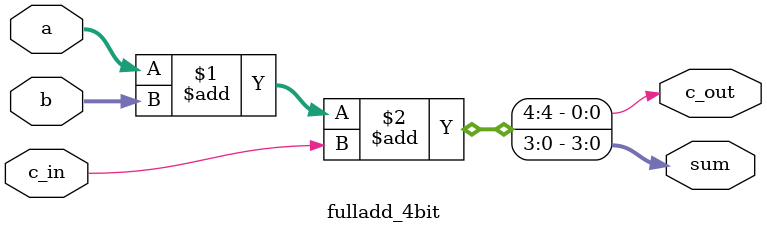
<source format=v>
module fulladd_4bit(sum, c_out, a, b, c_in);
output [3:0] sum;
output c_out;
input [3:0] a, b;
input c_in;

assign {c_out,sum} = a + b + c_in; // carry ¹ß»ý(5bit ¿¬»ê)

endmodule
</source>
